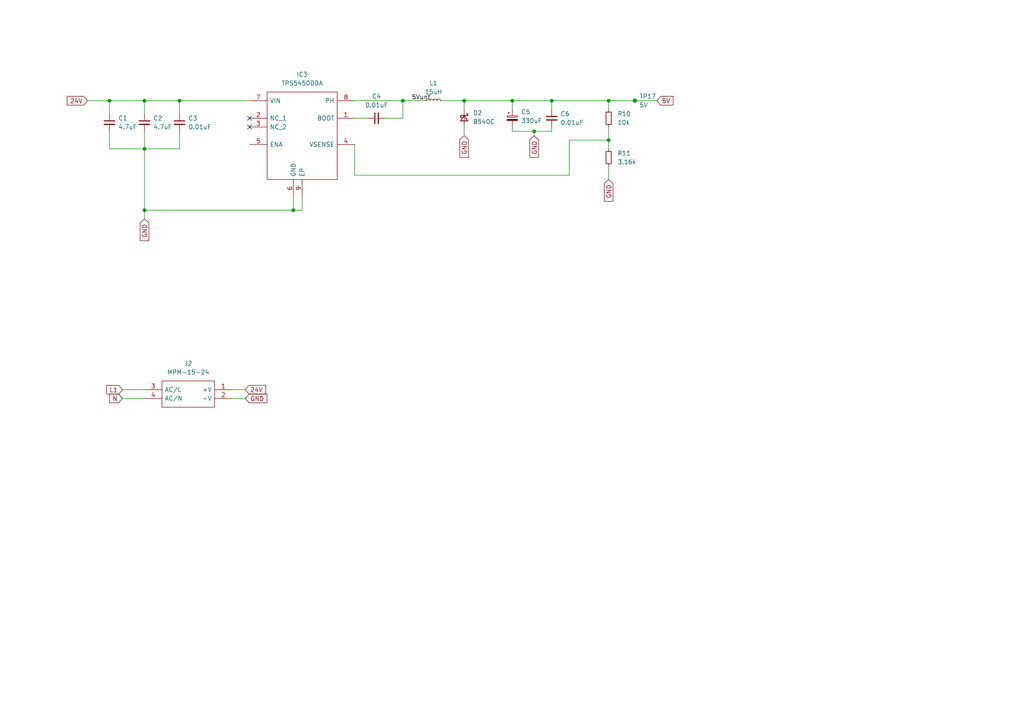
<source format=kicad_sch>
(kicad_sch (version 20211123) (generator eeschema)
  (paper "A4")
  (title_block (title "DSH-BWM") (company "DSH Belgium") (comment 1 "Leandro Marceddu"))
  (lib_symbols
    (symbol "Connector:TestPoint_Small" (pin_numbers hide) (pin_names (offset 0.762) hide)
      (property "Reference" "TP" (at 0 3.81 0))
      (property "Value" "TestPoint_Small" (at 0 2.032 0))
      (symbol "TestPoint_Small_0_1"
        (circle (center 0 0) (radius 0.508))
      )
      (symbol "TestPoint_Small_1_1"
        (pin passive line (at 0 0 90) (length 0) (name "1") (number "1"))
      )
    )
    (symbol "Device:C_Polarized_Small" (pin_numbers hide) (pin_names (offset 0.254) hide)
      (property "Reference" "C" (at 0.254 1.778 0))
      (property "Value" "C_Polarized_Small" (at 0.254 -2.032 0))
      (symbol "C_Polarized_Small_0_1"
        (rectangle (start -1.524 -0.3048) (end 1.524 -0.6858) (fill (type outline)))
        (rectangle (start -1.524 0.6858) (end 1.524 0.3048))
        (polyline (pts (xy -1.27 1.524) (xy -0.762 1.524)))
        (polyline (pts (xy -1.016 1.27) (xy -1.016 1.778)))
      )
      (symbol "C_Polarized_Small_1_1"
        (pin passive line (at 0 2.54 270) (length 1.8542) (name "~") (number "1"))
        (pin passive line (at 0 -2.54 90) (length 1.8542) (name "~") (number "2"))
      )
    )
    (symbol "Device:C_Small" (pin_numbers hide) (pin_names (offset 0.254) hide)
      (property "Reference" "C" (at 0.254 1.778 0))
      (property "Value" "C_Small" (at 0.254 -2.032 0))
      (symbol "C_Small_0_1"
        (polyline (pts (xy -1.524 -0.508) (xy 1.524 -0.508)) (stroke (width 0.3302)))
        (polyline (pts (xy -1.524 0.508) (xy 1.524 0.508)) (stroke (width 0.3048)))
      )
      (symbol "C_Small_1_1"
        (pin passive line (at 0 2.54 270) (length 2.032) (name "~") (number "1"))
        (pin passive line (at 0 -2.54 90) (length 2.032) (name "~") (number "2"))
      )
    )
    (symbol "Device:D_Schottky_Small" (pin_numbers hide) (pin_names (offset 0.254) hide)
      (property "Reference" "D" (at -1.27 2.032 0))
      (property "Value" "D_Schottky_Small" (at -7.112 -2.032 0))
      (symbol "D_Schottky_Small_0_1"
        (polyline (pts (xy -0.762 0) (xy 0.762 0)))
        (polyline (pts (xy 0.762 -1.016) (xy -0.762 0) (xy 0.762 1.016) (xy 0.762 -1.016)) (stroke (width 0.254)))
        (polyline (pts (xy -1.27 0.762) (xy -1.27 1.016) (xy -0.762 1.016) (xy -0.762 -1.016) (xy -0.254 -1.016) (xy -0.254 -0.762)) (stroke (width 0.254)))
      )
      (symbol "D_Schottky_Small_1_1"
        (pin passive line (at -2.54 0 0) (length 1.778) (name "K") (number "1"))
        (pin passive line (at 2.54 0 180) (length 1.778) (name "A") (number "2"))
      )
    )
    (symbol "Device:L_Small" (pin_numbers hide) (pin_names (offset 0.254) hide)
      (property "Reference" "L" (at 0.762 1.016 0))
      (property "Value" "L_Small" (at 0.762 -1.016 0))
      (symbol "L_Small_0_1"
        (arc (start 0 -2.032) (mid 0.508 -1.524) (end 0 -1.016))
        (arc (start 0 -1.016) (mid 0.508 -0.508) (end 0 0))
        (arc (start 0 0) (mid 0.508 0.508) (end 0 1.016))
        (arc (start 0 1.016) (mid 0.508 1.524) (end 0 2.032))
      )
      (symbol "L_Small_1_1"
        (pin passive line (at 0 2.54 270) (length 0.508) (name "~") (number "1"))
        (pin passive line (at 0 -2.54 90) (length 0.508) (name "~") (number "2"))
      )
    )
    (symbol "Device:R_Small" (pin_numbers hide) (pin_names (offset 0.254) hide)
      (property "Reference" "R" (at 0.762 0.508 0))
      (property "Value" "R_Small" (at 0.762 -1.016 0))
      (symbol "R_Small_0_1"
        (rectangle (start -0.762 1.778) (end 0.762 -1.778) (stroke (width 0.2032)))
      )
      (symbol "R_Small_1_1"
        (pin passive line (at 0 2.54 270) (length 0.762) (name "~") (number "1"))
        (pin passive line (at 0 -2.54 90) (length 0.762) (name "~") (number "2"))
      )
    )
    (symbol "SamacSys_Parts:MPM-15-24" (pin_names (offset 0.762))
      (property "Reference" "J" (at 21.59 7.62 0))
      (property "Value" "MPM-15-24" (at 21.59 5.08 0))
      (symbol "MPM-15-24_0_0"
        (pin passive line (at 0 -2.54 0) (length 5.08) (name "+V") (number "1"))
        (pin passive line (at 0 0 0) (length 5.08) (name "-V") (number "2"))
        (pin passive line (at 25.4 -2.54 180) (length 5.08) (name "AC/L") (number "3"))
        (pin passive line (at 25.4 0 180) (length 5.08) (name "AC/N") (number "4"))
      )
      (symbol "MPM-15-24_0_1"
        (polyline (pts (xy 5.08 2.54) (xy 20.32 2.54) (xy 20.32 -5.08) (xy 5.08 -5.08) (xy 5.08 2.54)) (stroke (width 0.1524)))
      )
    )
    (symbol "SamacSys_Parts:TPS5450DDA" (pin_names (offset 0.762))
      (property "Reference" "IC" (at 26.67 7.62 0))
      (property "Value" "TPS5450DDA" (at 26.67 5.08 0))
      (symbol "TPS5450DDA_0_0"
        (pin passive line (at 30.48 -5.08 180) (length 5.08) (name "BOOT") (number "1"))
        (pin passive line (at 0 -5.08 0) (length 5.08) (name "NC_1") (number "2"))
        (pin passive line (at 0 -7.62 0) (length 5.08) (name "NC_2") (number "3"))
        (pin passive line (at 30.48 -12.7 180) (length 5.08) (name "VSENSE") (number "4"))
        (pin passive line (at 0 -12.7 0) (length 5.08) (name "ENA") (number "5"))
        (pin passive line (at 12.7 -27.94 90) (length 5.08) (name "GND") (number "6"))
        (pin passive line (at 0 0 0) (length 5.08) (name "VIN") (number "7"))
        (pin passive line (at 30.48 0 180) (length 5.08) (name "PH") (number "8"))
        (pin passive line (at 15.24 -27.94 90) (length 5.08) (name "EP") (number "9"))
      )
      (symbol "TPS5450DDA_0_1"
        (polyline (pts (xy 5.08 2.54) (xy 25.4 2.54) (xy 25.4 -22.86) (xy 5.08 -22.86) (xy 5.08 2.54)) (stroke (width 0.1524)))
      )
    )
  )
  (junction (at 154.94 38.1))
  (junction (at 41.91 43.18))
  (junction (at 41.91 29.21))
  (junction (at 52.07 29.21))
  (junction (at 116.84 29.21))
  (junction (at 148.59 29.21))
  (junction (at 176.53 40.64))
  (junction (at 184.15 29.21))
  (junction (at 41.91 60.96))
  (junction (at 31.75 29.21))
  (junction (at 176.53 29.21))
  (junction (at 134.62 29.21))
  (junction (at 160.02 29.21))
  (junction (at 85.09 60.96))
  (no_connect (at 72.39 36.83))
  (no_connect (at 72.39 34.29))
  (wire (pts (xy 41.91 43.18) (xy 41.91 60.96)))
  (wire (pts (xy 160.02 29.21) (xy 148.59 29.21)))
  (wire (pts (xy 31.75 38.1) (xy 31.75 43.18)))
  (wire (pts (xy 31.75 29.21) (xy 31.75 33.02)))
  (wire (pts (xy 85.09 60.96) (xy 41.91 60.96)))
  (wire (pts (xy 52.07 29.21) (xy 72.39 29.21)))
  (wire (pts (xy 134.62 29.21) (xy 128.27 29.21)))
  (wire (pts (xy 176.53 31.75) (xy 176.53 29.21)))
  (wire (pts (xy 148.59 38.1) (xy 148.59 36.83)))
  (wire (pts (xy 106.68 34.29) (xy 102.87 34.29)))
  (wire (pts (xy 31.75 29.21) (xy 41.91 29.21)))
  (wire (pts (xy 41.91 29.21) (xy 52.07 29.21)))
  (wire (pts (xy 160.02 31.75) (xy 160.02 29.21)))
  (wire (pts (xy 52.07 43.18) (xy 41.91 43.18)))
  (wire (pts (xy 148.59 29.21) (xy 134.62 29.21)))
  (wire (pts (xy 52.07 29.21) (xy 52.07 33.02)))
  (wire (pts (xy 176.53 29.21) (xy 184.15 29.21)))
  (wire (pts (xy 184.15 29.21) (xy 190.5 29.21)))
  (wire (pts (xy 35.56 115.57) (xy 41.91 115.57)))
  (wire (pts (xy 67.31 113.03) (xy 71.12 113.03)))
  (wire (pts (xy 41.91 29.21) (xy 41.91 33.02)))
  (wire (pts (xy 41.91 60.96) (xy 41.91 63.5)))
  (wire (pts (xy 116.84 34.29) (xy 111.76 34.29)))
  (wire (pts (xy 116.84 29.21) (xy 116.84 34.29)))
  (wire (pts (xy 67.31 115.57) (xy 71.12 115.57)))
  (wire (pts (xy 85.09 57.15) (xy 85.09 60.96)))
  (wire (pts (xy 165.1 50.8) (xy 165.1 40.64)))
  (wire (pts (xy 176.53 40.64) (xy 176.53 36.83)))
  (wire (pts (xy 176.53 43.18) (xy 176.53 40.64)))
  (wire (pts (xy 134.62 39.37) (xy 134.62 36.83)))
  (wire (pts (xy 52.07 38.1) (xy 52.07 43.18)))
  (wire (pts (xy 102.87 50.8) (xy 165.1 50.8)))
  (wire (pts (xy 123.19 29.21) (xy 116.84 29.21)))
  (wire (pts (xy 35.56 113.03) (xy 41.91 113.03)))
  (wire (pts (xy 134.62 31.75) (xy 134.62 29.21)))
  (wire (pts (xy 154.94 38.1) (xy 160.02 38.1)))
  (wire (pts (xy 154.94 39.37) (xy 154.94 38.1)))
  (wire (pts (xy 31.75 43.18) (xy 41.91 43.18)))
  (wire (pts (xy 102.87 29.21) (xy 116.84 29.21)))
  (wire (pts (xy 154.94 38.1) (xy 148.59 38.1)))
  (wire (pts (xy 148.59 31.75) (xy 148.59 29.21)))
  (wire (pts (xy 25.4 29.21) (xy 31.75 29.21)))
  (wire (pts (xy 176.53 48.26) (xy 176.53 52.07)))
  (wire (pts (xy 165.1 40.64) (xy 176.53 40.64)))
  (wire (pts (xy 102.87 41.91) (xy 102.87 50.8)))
  (wire (pts (xy 87.63 57.15) (xy 87.63 60.96)))
  (wire (pts (xy 87.63 60.96) (xy 85.09 60.96)))
  (wire (pts (xy 41.91 38.1) (xy 41.91 43.18)))
  (wire (pts (xy 160.02 38.1) (xy 160.02 36.83)))
  (wire (pts (xy 160.02 29.21) (xy 176.53 29.21)))
  (label "5Vunf" (at 119.38 29.21 0))
  (global_label "24V" (shape input) (at 25.4 29.21 180) (property "Intersheet References" "${INTERSHEET_REFS}" (effects hide)))
  (global_label "GND" (shape input) (at 134.62 39.37 270) (property "Intersheet References" "${INTERSHEET_REFS}" (effects hide)))
  (global_label "L1" (shape input) (at 35.56 113.03 180) (property "Intersheet References" "${INTERSHEET_REFS}" (effects hide)))
  (global_label "GND" (shape input) (at 176.53 52.07 270) (property "Intersheet References" "${INTERSHEET_REFS}" (effects hide)))
  (global_label "GND" (shape input) (at 154.94 39.37 270) (property "Intersheet References" "${INTERSHEET_REFS}" (effects hide)))
  (global_label "GND" (shape input) (at 41.91 63.5 270) (property "Intersheet References" "${INTERSHEET_REFS}" (effects hide)))
  (global_label "GND" (shape input) (at 71.12 115.57 0) (property "Intersheet References" "${INTERSHEET_REFS}" (effects hide)))
  (global_label "N" (shape input) (at 35.56 115.57 180) (property "Intersheet References" "${INTERSHEET_REFS}" (effects hide)))
  (global_label "24V" (shape input) (at 71.12 113.03 0) (property "Intersheet References" "${INTERSHEET_REFS}" (effects hide)))
  (global_label "5V" (shape input) (at 190.5 29.21 0) (property "Intersheet References" "${INTERSHEET_REFS}" (effects hide)))
  (symbol (lib_id "SamacSys_Parts:MPM-15-24") (at 67.31 115.57 180) (unit 1)
    (property "Reference" "J2" (at 54.61 105.41 0))
    (property "Value" "MPM-15-24" (at 54.61 107.95 0))
    (property "Footprint" "SamacSys_Parts:MPM1524" (effects hide))
    (property "Datasheet" "https://www.arrow.com/en/products/mpm-15-24/mean-well-enterprises" (effects hide))
    (property "Description" "MEAN WELL - MPM-15-24 - POWER SUPPLY, AC-DC, 24V, 0.63A" (effects hide))
    (property "Height" "24" (effects hide))
    (property "Manufacturer_Name" "Mean Well" (effects hide))
    (property "Manufacturer_Part_Number" "MPM-15-24" (effects hide))
    (property "Mouser Part Number" "709-MPM-15-24" (effects hide))
    (property "Mouser Price/Stock" "https://www.mouser.co.uk/ProductDetail/MEAN-WELL/MPM-15-24?qs=wd5RIQLrsJi9Lk5TJTkvPg%3D%3D" (effects hide))
    (property "Arrow Part Number" "MPM-15-24" (effects hide))
    (property "Arrow Price/Stock" "https://www.arrow.com/en/products/mpm-15-24/mean-well-enterprises?region=nac" (effects hide))
  )
  (symbol (lib_id "Device:C_Small") (at 41.91 35.56 0) (unit 1)
    (property "Reference" "C2" (at 44.45 34.2962 0) (effects (justify left)))
    (property "Value" "4.7uF" (at 44.45 36.8362 0) (effects (justify left)))
    (property "Footprint" "Capacitor_SMD:C_0805_2012Metric" (effects hide))
  )
  (symbol (lib_id "Connector:TestPoint_Small") (at 184.15 29.21 0) (unit 1)
    (property "Reference" "TP17" (at 185.42 27.9399 0) (effects (justify left)))
    (property "Value" "5V" (at 185.42 30.4799 0) (effects (justify left)))
    (property "Footprint" "TestPoint:TestPoint_Pad_D1.5mm" (effects hide))
  )
  (symbol (lib_id "Device:C_Polarized_Small") (at 148.59 34.29 0) (unit 1)
    (property "Reference" "C5" (at 151.13 32.4738 0) (effects (justify left)))
    (property "Value" "330uF" (at 151.13 35.0138 0) (effects (justify left)))
    (property "Footprint" "SamacSys_Parts:POSCAP_D12_D15_D15E_D2E_D2_D3L_D4" (effects hide))
    (property "Datasheet" "10TPB330M" (effects hide))
  )
  (symbol (lib_id "Device:C_Small") (at 160.02 34.29 0) (unit 1)
    (property "Reference" "C6" (at 162.56 33.0262 0) (effects (justify left)))
    (property "Value" "0.01uF" (at 162.56 35.5662 0) (effects (justify left)))
    (property "Footprint" "Capacitor_SMD:C_0805_2012Metric" (effects hide))
  )
  (symbol (lib_id "Device:C_Small") (at 31.75 35.56 0) (unit 1)
    (property "Reference" "C1" (at 34.29 34.2962 0) (effects (justify left)))
    (property "Value" "4.7uF" (at 34.29 36.8362 0) (effects (justify left)))
    (property "Footprint" "Capacitor_SMD:C_0805_2012Metric" (effects hide))
  )
  (symbol (lib_id "Device:R_Small") (at 176.53 34.29 180) (unit 1)
    (property "Reference" "R10" (at 179.07 33.0199 0) (effects (justify right)))
    (property "Value" "10k" (at 179.07 35.5599 0) (effects (justify right)))
    (property "Footprint" "Resistor_SMD:R_0805_2012Metric" (effects hide))
  )
  (symbol (lib_id "Device:C_Small") (at 52.07 35.56 0) (unit 1)
    (property "Reference" "C3" (at 54.61 34.2962 0) (effects (justify left)))
    (property "Value" "0.01uF" (at 54.61 36.8362 0) (effects (justify left)))
    (property "Footprint" "Capacitor_SMD:C_0805_2012Metric" (effects hide))
  )
  (symbol (lib_id "Device:D_Schottky_Small") (at 134.62 34.29 270) (unit 1)
    (property "Reference" "D2" (at 137.16 32.7659 90) (effects (justify left)))
    (property "Value" "B540C" (at 137.16 35.3059 90) (effects (justify left)))
    (property "Footprint" "SamacSys_Parts:DIOM7959X250N" (effects hide))
  )
  (symbol (lib_id "SamacSys_Parts:TPS5450DDA") (at 72.39 29.21 0) (unit 1)
    (property "Reference" "IC3" (at 87.63 21.59 0))
    (property "Value" "TPS5450DDA" (at 87.63 24.13 0))
    (property "Footprint" "SamacSys_Parts:SOIC127P600X170-9N" (effects hide))
    (property "Datasheet" "http://www.ti.com/lit/ds/symlink/tps5450.pdf" (effects hide))
    (property "Description" "TPS5450DDA, Switching Regulator, Buck Controller, 5A, Adjustable, 1.22V min., 500kHz, 8-Pin HSOP-EP, SO EP" (effects hide))
    (property "Height" "1.7" (effects hide))
    (property "Manufacturer_Name" "Texas Instruments" (effects hide))
    (property "Manufacturer_Part_Number" "TPS5450DDA" (effects hide))
    (property "Mouser Part Number" "595-TPS5450DDA" (effects hide))
    (property "Mouser Price/Stock" "https://www.mouser.co.uk/ProductDetail/Texas-Instruments/TPS5450DDA?qs=h%2FYsCRHtaqPow3uMxnjN5A%3D%3D" (effects hide))
    (property "Arrow Part Number" "TPS5450DDA" (effects hide))
    (property "Arrow Price/Stock" "https://www.arrow.com/en/products/tps5450dda/texas-instruments?region=nac" (effects hide))
  )
  (symbol (lib_id "Device:C_Small") (at 109.22 34.29 90) (unit 1)
    (property "Reference" "C4" (at 109.2263 27.94 90))
    (property "Value" "0.01uF" (at 109.2263 30.48 90))
    (property "Footprint" "Capacitor_SMD:C_0805_2012Metric" (effects hide))
  )
  (symbol (lib_id "Device:L_Small") (at 125.73 29.21 90) (unit 1)
    (property "Reference" "L1" (at 125.73 24.13 90))
    (property "Value" "15uH" (at 125.73 26.67 90))
    (property "Footprint" "SamacSys_Parts:INDPM120120X800N" (effects hide))
    (property "Datasheet" "CDRH1127/LD-150" (effects hide))
  )
  (symbol (lib_id "Device:R_Small") (at 176.53 45.72 180) (unit 1)
    (property "Reference" "R11" (at 179.07 44.4499 0) (effects (justify right)))
    (property "Value" "3.16k" (at 179.07 46.9899 0) (effects (justify right)))
    (property "Footprint" "Resistor_SMD:R_0805_2012Metric" (effects hide))
  )
)
</source>
